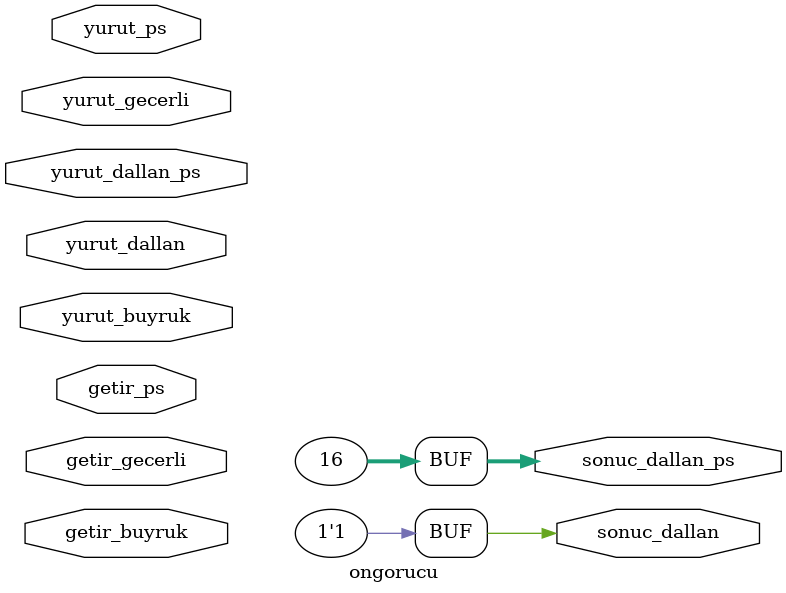
<source format=v>
`timescale 1ns / 1ps

module ongorucu (
    input [31:0] getir_ps,
    input [31:0] getir_buyruk,
    input getir_gecerli,
    input [31:0] yurut_ps,
    input [31:0] yurut_buyruk,
    input yurut_dallan,
    input [31:0] yurut_dallan_ps,
    input yurut_gecerli,
    output sonuc_dallan,
    output [31:0] sonuc_dallan_ps
    );

    assign sonuc_dallan = 1'b1;
    assign sonuc_dallan_ps = 32'd16;

endmodule

</source>
